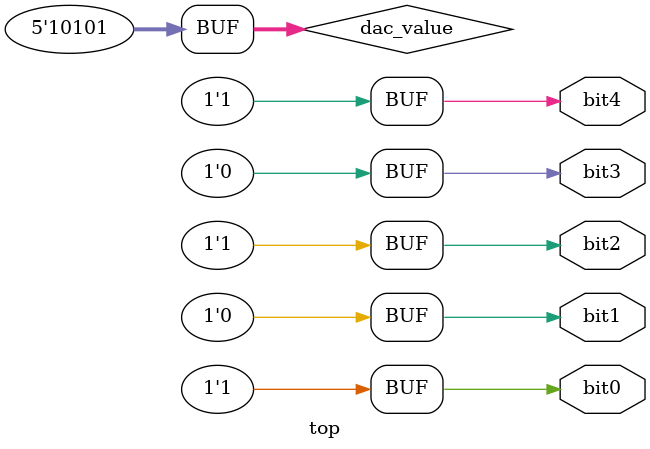
<source format=v>


module top(bit0, bit1, bit2, bit3, bit4);
    output reg bit0;
    output reg bit1;
    output reg bit2;
    output reg bit3;
    output reg bit4;



    reg [4:0] dac_value = 5'b10101;  


    always @(*) begin
        bit0 = dac_value[0];
        bit1 = dac_value[1];
        bit2 = dac_value[2];
        bit3 = dac_value[3];
        bit4 = dac_value[4];
    end


    endmodule


</source>
